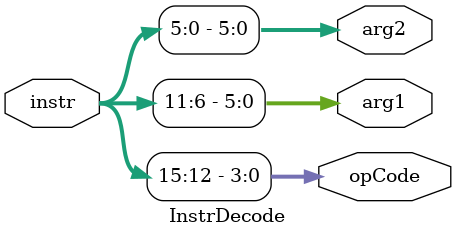
<source format=v>
`timescale 1ns / 1ps

// need to implement immediates and jump targets
module InstrDecode(
    input [15:0] instr,
    output [3:0] opCode,
    output [5:0] arg1,
    output [5:0] arg2
    );
    assign opCode = instr[15:12];
    assign arg1   = instr[11:6];
    assign arg2   = instr[5:0];
endmodule

</source>
